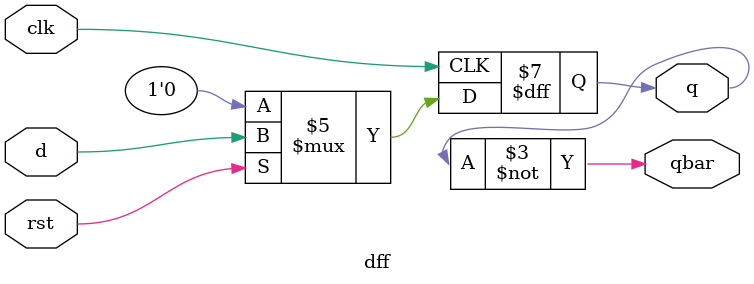
<source format=v>
module dff(q,qbar,d,rst,clk);
input d,clk,rst;
output reg q; output qbar;

always @(posedge clk) begin
    if(!rst)
    q<=0;
    else q<=d;
end
assign qbar=~q;
endmodule
</source>
